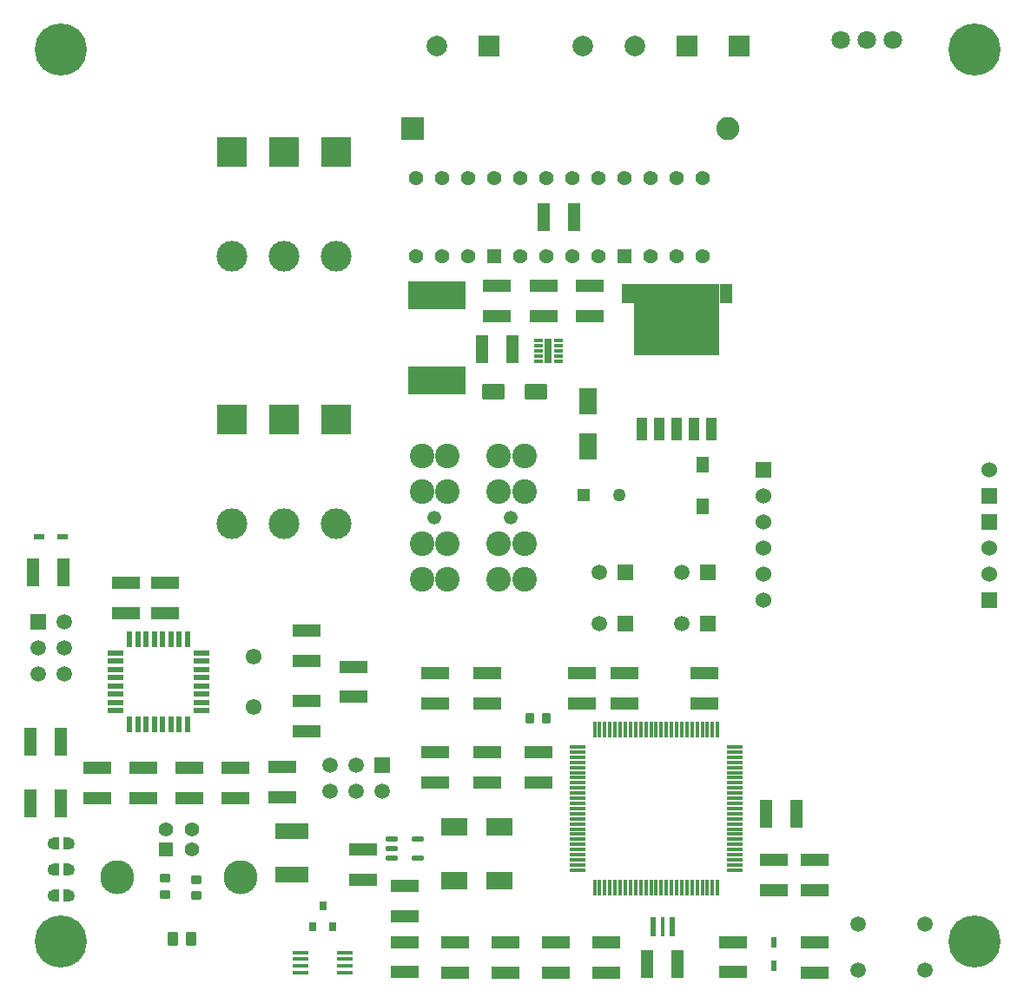
<source format=gbr>
%TF.GenerationSoftware,Altium Limited,Altium Designer,25.2.1 (25)*%
G04 Layer_Color=255*
%FSLAX43Y43*%
%MOMM*%
%TF.SameCoordinates,7C0E47B1-FCB0-489D-9A0F-BE08455AC9EA*%
%TF.FilePolarity,Positive*%
%TF.FileFunction,Pads,Top*%
%TF.Part,Single*%
G01*
G75*
%TA.AperFunction,SMDPad,CuDef*%
%ADD11R,0.690X2.440*%
%ADD12R,0.850X0.300*%
%ADD13R,5.600X2.700*%
G04:AMPARAMS|DCode=14|XSize=2.21mm|YSize=1.53mm|CornerRadius=0.115mm|HoleSize=0mm|Usage=FLASHONLY|Rotation=180.000|XOffset=0mm|YOffset=0mm|HoleType=Round|Shape=RoundedRectangle|*
%AMROUNDEDRECTD14*
21,1,2.210,1.301,0,0,180.0*
21,1,1.981,1.530,0,0,180.0*
1,1,0.230,-0.990,0.650*
1,1,0.230,0.990,0.650*
1,1,0.230,0.990,-0.650*
1,1,0.230,-0.990,-0.650*
%
%ADD14ROUNDEDRECTD14*%
%ADD15R,1.800X2.650*%
%ADD16R,1.235X1.910*%
%ADD17R,8.330X6.990*%
%ADD18R,1.020X2.160*%
G04:AMPARAMS|DCode=19|XSize=0.9mm|YSize=0.97mm|CornerRadius=0.135mm|HoleSize=0mm|Usage=FLASHONLY|Rotation=180.000|XOffset=0mm|YOffset=0mm|HoleType=Round|Shape=RoundedRectangle|*
%AMROUNDEDRECTD19*
21,1,0.900,0.700,0,0,180.0*
21,1,0.630,0.970,0,0,180.0*
1,1,0.270,-0.315,0.350*
1,1,0.270,0.315,0.350*
1,1,0.270,0.315,-0.350*
1,1,0.270,-0.315,-0.350*
%
%ADD19ROUNDEDRECTD19*%
%ADD20R,0.500X1.125*%
%ADD21R,1.125X0.500*%
G04:AMPARAMS|DCode=22|XSize=1.47mm|YSize=0.55mm|CornerRadius=0.069mm|HoleSize=0mm|Usage=FLASHONLY|Rotation=180.000|XOffset=0mm|YOffset=0mm|HoleType=Round|Shape=RoundedRectangle|*
%AMROUNDEDRECTD22*
21,1,1.470,0.413,0,0,180.0*
21,1,1.333,0.550,0,0,180.0*
1,1,0.138,-0.666,0.206*
1,1,0.138,0.666,0.206*
1,1,0.138,0.666,-0.206*
1,1,0.138,-0.666,-0.206*
%
%ADD22ROUNDEDRECTD22*%
G04:AMPARAMS|DCode=23|XSize=0.55mm|YSize=1.47mm|CornerRadius=0.069mm|HoleSize=0mm|Usage=FLASHONLY|Rotation=180.000|XOffset=0mm|YOffset=0mm|HoleType=Round|Shape=RoundedRectangle|*
%AMROUNDEDRECTD23*
21,1,0.550,1.333,0,0,180.0*
21,1,0.413,1.470,0,0,180.0*
1,1,0.138,-0.206,0.666*
1,1,0.138,0.206,0.666*
1,1,0.138,0.206,-0.666*
1,1,0.138,-0.206,-0.666*
%
%ADD23ROUNDEDRECTD23*%
%ADD24R,0.800X0.900*%
%ADD25R,2.650X1.800*%
%ADD26R,2.720X1.160*%
%ADD27R,2.760X1.230*%
%ADD28R,1.230X2.760*%
G04:AMPARAMS|DCode=29|XSize=0.87mm|YSize=1.02mm|CornerRadius=0.109mm|HoleSize=0mm|Usage=FLASHONLY|Rotation=90.000|XOffset=0mm|YOffset=0mm|HoleType=Round|Shape=RoundedRectangle|*
%AMROUNDEDRECTD29*
21,1,0.870,0.803,0,0,90.0*
21,1,0.653,1.020,0,0,90.0*
1,1,0.217,0.401,0.326*
1,1,0.217,0.401,-0.326*
1,1,0.217,-0.401,-0.326*
1,1,0.217,-0.401,0.326*
%
%ADD29ROUNDEDRECTD29*%
G04:AMPARAMS|DCode=30|XSize=1.016mm|YSize=1.397mm|CornerRadius=0.127mm|HoleSize=0mm|Usage=FLASHONLY|Rotation=180.000|XOffset=0mm|YOffset=0mm|HoleType=Round|Shape=RoundedRectangle|*
%AMROUNDEDRECTD30*
21,1,1.016,1.143,0,0,180.0*
21,1,0.762,1.397,0,0,180.0*
1,1,0.254,-0.381,0.572*
1,1,0.254,0.381,0.572*
1,1,0.254,0.381,-0.572*
1,1,0.254,-0.381,-0.572*
%
%ADD30ROUNDEDRECTD30*%
%ADD31R,3.200X1.500*%
%ADD32R,1.160X2.720*%
%ADD33R,1.300X1.650*%
G04:AMPARAMS|DCode=34|XSize=1.47mm|YSize=0.4mm|CornerRadius=0.05mm|HoleSize=0mm|Usage=FLASHONLY|Rotation=0.000|XOffset=0mm|YOffset=0mm|HoleType=Round|Shape=RoundedRectangle|*
%AMROUNDEDRECTD34*
21,1,1.470,0.300,0,0,0.0*
21,1,1.370,0.400,0,0,0.0*
1,1,0.100,0.685,-0.150*
1,1,0.100,-0.685,-0.150*
1,1,0.100,-0.685,0.150*
1,1,0.100,0.685,0.150*
%
%ADD34ROUNDEDRECTD34*%
G04:AMPARAMS|DCode=35|XSize=0.28mm|YSize=1.6mm|CornerRadius=0.035mm|HoleSize=0mm|Usage=FLASHONLY|Rotation=0.000|XOffset=0mm|YOffset=0mm|HoleType=Round|Shape=RoundedRectangle|*
%AMROUNDEDRECTD35*
21,1,0.280,1.530,0,0,0.0*
21,1,0.210,1.600,0,0,0.0*
1,1,0.070,0.105,-0.765*
1,1,0.070,-0.105,-0.765*
1,1,0.070,-0.105,0.765*
1,1,0.070,0.105,0.765*
%
%ADD35ROUNDEDRECTD35*%
G04:AMPARAMS|DCode=36|XSize=1.6mm|YSize=0.28mm|CornerRadius=0.035mm|HoleSize=0mm|Usage=FLASHONLY|Rotation=0.000|XOffset=0mm|YOffset=0mm|HoleType=Round|Shape=RoundedRectangle|*
%AMROUNDEDRECTD36*
21,1,1.600,0.210,0,0,0.0*
21,1,1.530,0.280,0,0,0.0*
1,1,0.070,0.765,-0.105*
1,1,0.070,-0.765,-0.105*
1,1,0.070,-0.765,0.105*
1,1,0.070,0.765,0.105*
%
%ADD36ROUNDEDRECTD36*%
%ADD37R,0.400X1.900*%
%ADD38R,0.600X1.900*%
G04:AMPARAMS|DCode=39|XSize=1.21mm|YSize=0.59mm|CornerRadius=0.148mm|HoleSize=0mm|Usage=FLASHONLY|Rotation=0.000|XOffset=0mm|YOffset=0mm|HoleType=Round|Shape=RoundedRectangle|*
%AMROUNDEDRECTD39*
21,1,1.210,0.295,0,0,0.0*
21,1,0.915,0.590,0,0,0.0*
1,1,0.295,0.458,-0.148*
1,1,0.295,-0.458,-0.148*
1,1,0.295,-0.458,0.148*
1,1,0.295,0.458,0.148*
%
%ADD39ROUNDEDRECTD39*%
%TA.AperFunction,ComponentPad*%
%ADD46C,1.500*%
%ADD47R,1.500X1.500*%
%ADD48C,2.400*%
%ADD49C,1.325*%
%ADD50C,1.408*%
%ADD51R,1.408X1.408*%
%ADD52C,3.316*%
%ADD53C,1.524*%
%ADD54R,1.524X1.524*%
%ADD55C,3.000*%
%ADD56R,3.000X3.000*%
%ADD57C,1.425*%
%ADD58R,1.425X1.425*%
%ADD59C,2.000*%
%ADD60R,2.000X2.000*%
%ADD61R,2.250X2.250*%
%ADD62C,2.250*%
%ADD63R,1.500X1.500*%
%ADD64C,1.500*%
%ADD65C,1.550*%
%ADD66C,1.800*%
%ADD67C,1.275*%
%ADD68R,1.275X1.275*%
%TA.AperFunction,ViaPad*%
%ADD69C,5.080*%
G36*
G01X4274Y12140D02*
G01Y10940D01*
G01X3766D01*
G01X3766Y10940D01*
G02Y12140I0J600D01*
G01X4274D01*
D02*
G37*
G36*
G01X4726D02*
G01Y10940D01*
G01X5234D01*
G01X5234Y10940D01*
G03Y12140I0J600D01*
G01X4726D01*
D02*
G37*
G36*
G01Y14680D02*
G01Y13480D01*
G01X5234D01*
G01X5234Y13480D01*
G03Y14680I0J600D01*
G01X4726D01*
D02*
G37*
G36*
G01X4274D02*
G01Y13480D01*
G01X3766D01*
G01X3766Y13480D01*
G02Y14680I0J600D01*
G01X4274D01*
D02*
G37*
G36*
G01Y8400D02*
G01Y9600D01*
G01X3766D01*
G01X3766Y9600D01*
G03Y8400I0J-600D01*
G01X4274D01*
D02*
G37*
G36*
G01X4726D02*
G01Y9600D01*
G01X5234D01*
G01X5234Y9600D01*
G02Y8400I0J-600D01*
G01X4726D01*
D02*
G37*
D11*
X52000Y62100D02*
D03*
D12*
X52950Y63100D02*
D03*
Y62600D02*
D03*
Y62100D02*
D03*
Y61600D02*
D03*
Y61100D02*
D03*
X51050D02*
D03*
Y61600D02*
D03*
Y62100D02*
D03*
Y62600D02*
D03*
Y63100D02*
D03*
D13*
X41148Y67523D02*
D03*
Y59223D02*
D03*
D14*
X46650Y58100D02*
D03*
X50750D02*
D03*
D15*
X55880Y52791D02*
D03*
Y57191D02*
D03*
D16*
X59717Y67715D02*
D03*
X69283D02*
D03*
D17*
X64500Y65175D02*
D03*
D18*
X67900Y54500D02*
D03*
X66200D02*
D03*
X64500D02*
D03*
X62800D02*
D03*
X61100D02*
D03*
D19*
X50215Y26289D02*
D03*
X51785D02*
D03*
D20*
X74000Y2133D02*
D03*
Y4457D02*
D03*
D21*
X2338Y44000D02*
D03*
X4662D02*
D03*
D22*
X9821Y27051D02*
D03*
Y27851D02*
D03*
Y28651D02*
D03*
Y29451D02*
D03*
Y30251D02*
D03*
Y31051D02*
D03*
Y31851D02*
D03*
Y32651D02*
D03*
X18161D02*
D03*
Y31851D02*
D03*
Y31051D02*
D03*
Y30251D02*
D03*
Y29451D02*
D03*
Y28651D02*
D03*
Y27851D02*
D03*
Y27051D02*
D03*
D23*
X16791Y25681D02*
D03*
X15991D02*
D03*
X15191D02*
D03*
X14391D02*
D03*
X13591D02*
D03*
X12791D02*
D03*
X11991D02*
D03*
X11191D02*
D03*
Y34021D02*
D03*
X11991D02*
D03*
X12791D02*
D03*
X13591D02*
D03*
X14391D02*
D03*
X15191D02*
D03*
X15991D02*
D03*
X16791D02*
D03*
D24*
X30000Y8000D02*
D03*
X30950Y6000D02*
D03*
X29050D02*
D03*
D25*
X47200Y10500D02*
D03*
X42800D02*
D03*
Y15700D02*
D03*
X47200D02*
D03*
D26*
X67183Y27735D02*
D03*
Y30685D02*
D03*
X51500Y68475D02*
D03*
Y65525D02*
D03*
X47000D02*
D03*
Y68475D02*
D03*
X28448Y27975D02*
D03*
Y25025D02*
D03*
X21500Y21475D02*
D03*
Y18525D02*
D03*
X78000Y1525D02*
D03*
Y4475D02*
D03*
X26035Y18591D02*
D03*
Y21541D02*
D03*
X8000Y18525D02*
D03*
Y21475D02*
D03*
X28448Y34876D02*
D03*
Y31926D02*
D03*
X57658Y1525D02*
D03*
Y4475D02*
D03*
X51000Y22975D02*
D03*
Y20025D02*
D03*
X33909Y13540D02*
D03*
Y10590D02*
D03*
X55245Y30685D02*
D03*
Y27735D02*
D03*
X59436Y30685D02*
D03*
Y27735D02*
D03*
X52738Y4475D02*
D03*
Y1525D02*
D03*
X47819Y4475D02*
D03*
Y1525D02*
D03*
X42899Y4475D02*
D03*
Y1525D02*
D03*
D27*
X56000Y65534D02*
D03*
Y68466D02*
D03*
X17020Y21466D02*
D03*
Y18534D02*
D03*
X12520Y21466D02*
D03*
Y18534D02*
D03*
X38000Y1534D02*
D03*
Y4466D02*
D03*
X70000Y4492D02*
D03*
Y1560D02*
D03*
X41000Y22966D02*
D03*
Y20034D02*
D03*
X46010Y22966D02*
D03*
Y20034D02*
D03*
Y30676D02*
D03*
Y27744D02*
D03*
X41000Y30676D02*
D03*
Y27744D02*
D03*
X14600Y39466D02*
D03*
Y36534D02*
D03*
X10800Y39466D02*
D03*
Y36534D02*
D03*
X33000Y28385D02*
D03*
Y31317D02*
D03*
X78000Y12466D02*
D03*
Y9534D02*
D03*
X74000Y12466D02*
D03*
Y9534D02*
D03*
X38000Y9966D02*
D03*
Y7034D02*
D03*
D28*
X1767Y40500D02*
D03*
X4699D02*
D03*
X4466Y24000D02*
D03*
X1534D02*
D03*
X51564Y75184D02*
D03*
X54496D02*
D03*
X64585Y2325D02*
D03*
X61653D02*
D03*
D29*
X17653Y10577D02*
D03*
Y9017D02*
D03*
X14605Y10686D02*
D03*
Y9126D02*
D03*
D30*
X15367Y4826D02*
D03*
X17145D02*
D03*
D31*
X27000Y15297D02*
D03*
Y11097D02*
D03*
D32*
X4475Y18000D02*
D03*
X1525D02*
D03*
X48475Y62300D02*
D03*
X45525D02*
D03*
X76150Y17000D02*
D03*
X73200D02*
D03*
D33*
X67000Y51050D02*
D03*
Y46950D02*
D03*
D34*
X32150Y3475D02*
D03*
Y2825D02*
D03*
Y2175D02*
D03*
Y1525D02*
D03*
X27850D02*
D03*
Y2175D02*
D03*
Y2825D02*
D03*
Y3475D02*
D03*
D35*
X56500Y25180D02*
D03*
X57000D02*
D03*
X57500D02*
D03*
X58000D02*
D03*
X58500D02*
D03*
X59000D02*
D03*
X59500D02*
D03*
X60000D02*
D03*
X60500D02*
D03*
X61000D02*
D03*
X61500D02*
D03*
X62000D02*
D03*
X62500D02*
D03*
X63000D02*
D03*
X63500D02*
D03*
X64000D02*
D03*
X64500D02*
D03*
X65000D02*
D03*
X65500D02*
D03*
X66000D02*
D03*
X66500D02*
D03*
X67000D02*
D03*
X67500D02*
D03*
X68000D02*
D03*
X68500D02*
D03*
Y9820D02*
D03*
X68000D02*
D03*
X67500D02*
D03*
X67000D02*
D03*
X66500D02*
D03*
X66000D02*
D03*
X65500D02*
D03*
X65000D02*
D03*
X64500D02*
D03*
X64000D02*
D03*
X63500D02*
D03*
X63000D02*
D03*
X62500D02*
D03*
X62000D02*
D03*
X61500D02*
D03*
X61000D02*
D03*
X60500D02*
D03*
X60000D02*
D03*
X59500D02*
D03*
X59000D02*
D03*
X58500D02*
D03*
X58000D02*
D03*
X57500D02*
D03*
X57000D02*
D03*
X56500D02*
D03*
D36*
X70180Y23500D02*
D03*
Y23000D02*
D03*
Y22500D02*
D03*
Y22000D02*
D03*
Y21500D02*
D03*
Y21000D02*
D03*
Y20500D02*
D03*
Y20000D02*
D03*
Y19500D02*
D03*
Y19000D02*
D03*
Y18500D02*
D03*
Y18000D02*
D03*
Y17500D02*
D03*
Y17000D02*
D03*
Y16500D02*
D03*
Y16000D02*
D03*
Y15500D02*
D03*
Y15000D02*
D03*
Y14500D02*
D03*
Y14000D02*
D03*
Y13500D02*
D03*
Y13000D02*
D03*
Y12500D02*
D03*
Y12000D02*
D03*
Y11500D02*
D03*
X54820D02*
D03*
Y12000D02*
D03*
Y12500D02*
D03*
Y13000D02*
D03*
Y13500D02*
D03*
Y14000D02*
D03*
Y14500D02*
D03*
Y15000D02*
D03*
Y15500D02*
D03*
Y16000D02*
D03*
Y16500D02*
D03*
Y17000D02*
D03*
Y17500D02*
D03*
Y18000D02*
D03*
Y18500D02*
D03*
Y19000D02*
D03*
Y19500D02*
D03*
Y20000D02*
D03*
Y20500D02*
D03*
Y21000D02*
D03*
Y21500D02*
D03*
Y22000D02*
D03*
Y22500D02*
D03*
Y23000D02*
D03*
Y23500D02*
D03*
D37*
X63119Y5969D02*
D03*
D38*
X62169D02*
D03*
X64069D02*
D03*
D39*
X36745Y14550D02*
D03*
Y13600D02*
D03*
Y12650D02*
D03*
X39255D02*
D03*
Y14550D02*
D03*
D46*
X57000Y40500D02*
D03*
X65000Y40500D02*
D03*
X57000Y35560D02*
D03*
X65000D02*
D03*
X82221Y1742D02*
D03*
X88721D02*
D03*
X82221Y6242D02*
D03*
X88721D02*
D03*
X4826Y35687D02*
D03*
X2286Y33147D02*
D03*
X4826D02*
D03*
Y30607D02*
D03*
X35814Y19177D02*
D03*
X33274Y21717D02*
D03*
Y19177D02*
D03*
X30734Y21717D02*
D03*
Y19177D02*
D03*
D47*
X59540Y40500D02*
D03*
X67540Y40500D02*
D03*
X59540Y35560D02*
D03*
X67540D02*
D03*
X35814Y21717D02*
D03*
D48*
X42164Y51887D02*
D03*
X39664D02*
D03*
X42164Y48387D02*
D03*
X39664D02*
D03*
X42164Y43307D02*
D03*
X39664D02*
D03*
X42164Y39807D02*
D03*
X39664D02*
D03*
X47150D02*
D03*
X49650D02*
D03*
X47150Y43307D02*
D03*
X49650D02*
D03*
X47150Y48387D02*
D03*
X49650D02*
D03*
X47150Y51887D02*
D03*
X49650D02*
D03*
D49*
X40869Y45847D02*
D03*
X48355D02*
D03*
D50*
X14750Y15500D02*
D03*
X17250D02*
D03*
Y13500D02*
D03*
D51*
X14750D02*
D03*
D52*
X22020Y10800D02*
D03*
X9980D02*
D03*
D53*
X72947Y42926D02*
D03*
X94947Y50546D02*
D03*
Y42926D02*
D03*
Y40386D02*
D03*
X72947Y48006D02*
D03*
Y45466D02*
D03*
Y40386D02*
D03*
Y37846D02*
D03*
D54*
X94947Y48006D02*
D03*
Y45466D02*
D03*
Y37846D02*
D03*
X72947Y50546D02*
D03*
D55*
X31300Y71300D02*
D03*
X26220D02*
D03*
X21140D02*
D03*
X31300Y45300D02*
D03*
X26220D02*
D03*
X21140D02*
D03*
D56*
X31300Y81460D02*
D03*
X26220D02*
D03*
X21140D02*
D03*
X31300Y55460D02*
D03*
X26220D02*
D03*
X21140D02*
D03*
D57*
X67000Y71374D02*
D03*
X64460D02*
D03*
X61920D02*
D03*
X56840D02*
D03*
X54300D02*
D03*
X51760D02*
D03*
X49220D02*
D03*
X39060D02*
D03*
X41600D02*
D03*
X44140D02*
D03*
X67000Y78994D02*
D03*
X64460D02*
D03*
X61920D02*
D03*
X59380D02*
D03*
X56840D02*
D03*
X54300D02*
D03*
X51760D02*
D03*
X49220D02*
D03*
X39060D02*
D03*
X41600D02*
D03*
X44140D02*
D03*
X46680D02*
D03*
D58*
X59380Y71374D02*
D03*
X46680D02*
D03*
D59*
X41148Y91821D02*
D03*
X60420D02*
D03*
X55340D02*
D03*
D60*
X46228D02*
D03*
X70580D02*
D03*
X65500D02*
D03*
D61*
X38763Y83820D02*
D03*
D62*
X69463D02*
D03*
D63*
X2286Y35687D02*
D03*
D64*
Y30607D02*
D03*
D65*
X23241Y27411D02*
D03*
Y32291D02*
D03*
D66*
X85566Y92456D02*
D03*
X83026D02*
D03*
X80486D02*
D03*
D67*
X58950Y48018D02*
D03*
D68*
X55450D02*
D03*
D69*
X93500Y4500D02*
D03*
Y91500D02*
D03*
X4500D02*
D03*
Y4500D02*
D03*
%TF.MD5,e7a617423a80c4a52af7b13d1840b3c1*%
M02*

</source>
